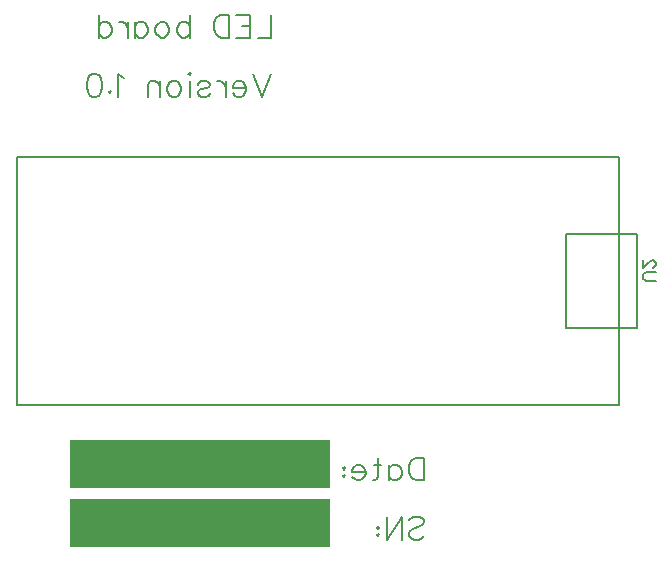
<source format=gbo>
G04 Layer: BottomSilkscreenLayer*
G04 EasyEDA v6.5.20, 2023-08-22 23:15:59*
G04 a67cddfb3fce44daa9051d46cbbcc19f,10*
G04 Gerber Generator version 0.2*
G04 Scale: 100 percent, Rotated: No, Reflected: No *
G04 Dimensions in millimeters *
G04 leading zeros omitted , absolute positions ,4 integer and 5 decimal *
%FSLAX45Y45*%
%MOMM*%

%ADD10C,0.2032*%
%ADD11C,0.1524*%
%ADD12C,0.1270*%

%LPD*%
D10*
X2999993Y4755037D02*
G01*
X2999993Y4561075D01*
X2999993Y4561075D02*
G01*
X2889158Y4561075D01*
X2828198Y4755037D02*
G01*
X2828198Y4561075D01*
X2828198Y4755037D02*
G01*
X2708125Y4755037D01*
X2828198Y4662675D02*
G01*
X2754307Y4662675D01*
X2828198Y4561075D02*
G01*
X2708125Y4561075D01*
X2647165Y4755037D02*
G01*
X2647165Y4561075D01*
X2647165Y4755037D02*
G01*
X2582509Y4755037D01*
X2554800Y4745802D01*
X2536329Y4727328D01*
X2527091Y4708855D01*
X2517856Y4681146D01*
X2517856Y4634966D01*
X2527091Y4607255D01*
X2536329Y4588784D01*
X2554800Y4570310D01*
X2582509Y4561075D01*
X2647165Y4561075D01*
X2314656Y4755037D02*
G01*
X2314656Y4561075D01*
X2314656Y4662675D02*
G01*
X2296182Y4681146D01*
X2277709Y4690384D01*
X2250000Y4690384D01*
X2231529Y4681146D01*
X2213056Y4662675D01*
X2203818Y4634966D01*
X2203818Y4616493D01*
X2213056Y4588784D01*
X2231529Y4570310D01*
X2250000Y4561075D01*
X2277709Y4561075D01*
X2296182Y4570310D01*
X2314656Y4588784D01*
X2096678Y4690384D02*
G01*
X2115149Y4681146D01*
X2133622Y4662675D01*
X2142858Y4634966D01*
X2142858Y4616493D01*
X2133622Y4588784D01*
X2115149Y4570310D01*
X2096678Y4561075D01*
X2068969Y4561075D01*
X2050496Y4570310D01*
X2032022Y4588784D01*
X2022787Y4616493D01*
X2022787Y4634966D01*
X2032022Y4662675D01*
X2050496Y4681146D01*
X2068969Y4690384D01*
X2096678Y4690384D01*
X1850989Y4690384D02*
G01*
X1850989Y4561075D01*
X1850989Y4662675D02*
G01*
X1869462Y4681146D01*
X1887936Y4690384D01*
X1915645Y4690384D01*
X1934118Y4681146D01*
X1952589Y4662675D01*
X1961827Y4634966D01*
X1961827Y4616493D01*
X1952589Y4588784D01*
X1934118Y4570310D01*
X1915645Y4561075D01*
X1887936Y4561075D01*
X1869462Y4570310D01*
X1850989Y4588784D01*
X1790029Y4690384D02*
G01*
X1790029Y4561075D01*
X1790029Y4634966D02*
G01*
X1780794Y4662675D01*
X1762320Y4681146D01*
X1743849Y4690384D01*
X1716138Y4690384D01*
X1544342Y4755037D02*
G01*
X1544342Y4561075D01*
X1544342Y4662675D02*
G01*
X1562816Y4681146D01*
X1581289Y4690384D01*
X1608998Y4690384D01*
X1627469Y4681146D01*
X1645942Y4662675D01*
X1655178Y4634966D01*
X1655178Y4616493D01*
X1645942Y4588784D01*
X1627469Y4570310D01*
X1608998Y4561075D01*
X1581289Y4561075D01*
X1562816Y4570310D01*
X1544342Y4588784D01*
X2999986Y4255043D02*
G01*
X2926095Y4061081D01*
X2852204Y4255043D02*
G01*
X2926095Y4061081D01*
X2791244Y4134972D02*
G01*
X2680408Y4134972D01*
X2680408Y4153443D01*
X2689644Y4171916D01*
X2698882Y4181152D01*
X2717352Y4190390D01*
X2745061Y4190390D01*
X2763535Y4181152D01*
X2782008Y4162681D01*
X2791244Y4134972D01*
X2791244Y4116499D01*
X2782008Y4088790D01*
X2763535Y4070316D01*
X2745061Y4061081D01*
X2717352Y4061081D01*
X2698882Y4070316D01*
X2680408Y4088790D01*
X2619448Y4190390D02*
G01*
X2619448Y4061081D01*
X2619448Y4134972D02*
G01*
X2610210Y4162681D01*
X2591739Y4181152D01*
X2573266Y4190390D01*
X2545557Y4190390D01*
X2382997Y4162681D02*
G01*
X2392232Y4181152D01*
X2419941Y4190390D01*
X2447650Y4190390D01*
X2475362Y4181152D01*
X2484597Y4162681D01*
X2475362Y4144208D01*
X2456888Y4134972D01*
X2410706Y4125734D01*
X2392232Y4116499D01*
X2382997Y4098025D01*
X2382997Y4088790D01*
X2392232Y4070316D01*
X2419941Y4061081D01*
X2447650Y4061081D01*
X2475362Y4070316D01*
X2484597Y4088790D01*
X2322037Y4255043D02*
G01*
X2312802Y4245808D01*
X2303564Y4255043D01*
X2312802Y4264281D01*
X2322037Y4255043D01*
X2312802Y4190390D02*
G01*
X2312802Y4061081D01*
X2196421Y4190390D02*
G01*
X2214895Y4181152D01*
X2233368Y4162681D01*
X2242604Y4134972D01*
X2242604Y4116499D01*
X2233368Y4088790D01*
X2214895Y4070316D01*
X2196421Y4061081D01*
X2168712Y4061081D01*
X2150242Y4070316D01*
X2131768Y4088790D01*
X2122530Y4116499D01*
X2122530Y4134972D01*
X2131768Y4162681D01*
X2150242Y4181152D01*
X2168712Y4190390D01*
X2196421Y4190390D01*
X2061570Y4190390D02*
G01*
X2061570Y4061081D01*
X2061570Y4153443D02*
G01*
X2033861Y4181152D01*
X2015390Y4190390D01*
X1987682Y4190390D01*
X1969208Y4181152D01*
X1959970Y4153443D01*
X1959970Y4061081D01*
X1756770Y4218099D02*
G01*
X1738299Y4227334D01*
X1710590Y4255043D01*
X1710590Y4061081D01*
X1640392Y4107261D02*
G01*
X1649630Y4098025D01*
X1640392Y4088790D01*
X1631157Y4098025D01*
X1640392Y4107261D01*
X1514779Y4255043D02*
G01*
X1542488Y4245808D01*
X1560962Y4218099D01*
X1570197Y4171916D01*
X1570197Y4144208D01*
X1560962Y4098025D01*
X1542488Y4070316D01*
X1514779Y4061081D01*
X1496306Y4061081D01*
X1468597Y4070316D01*
X1450124Y4098025D01*
X1440888Y4144208D01*
X1440888Y4171916D01*
X1450124Y4218099D01*
X1468597Y4245808D01*
X1496306Y4255043D01*
X1514779Y4255043D01*
X4299973Y1005052D02*
G01*
X4299973Y811090D01*
X4299973Y1005052D02*
G01*
X4235317Y1005052D01*
X4207609Y995817D01*
X4189138Y977343D01*
X4179900Y958870D01*
X4170664Y931161D01*
X4170664Y884981D01*
X4179900Y857270D01*
X4189138Y838799D01*
X4207609Y820326D01*
X4235317Y811090D01*
X4299973Y811090D01*
X3998869Y940399D02*
G01*
X3998869Y811090D01*
X3998869Y912690D02*
G01*
X4017340Y931161D01*
X4035813Y940399D01*
X4063522Y940399D01*
X4081995Y931161D01*
X4100469Y912690D01*
X4109704Y884981D01*
X4109704Y866508D01*
X4100469Y838799D01*
X4081995Y820326D01*
X4063522Y811090D01*
X4035813Y811090D01*
X4017340Y820326D01*
X3998869Y838799D01*
X3910197Y1005052D02*
G01*
X3910197Y848034D01*
X3900962Y820326D01*
X3882489Y811090D01*
X3864018Y811090D01*
X3937909Y940399D02*
G01*
X3873253Y940399D01*
X3803058Y884981D02*
G01*
X3692220Y884981D01*
X3692220Y903452D01*
X3701458Y921926D01*
X3710693Y931161D01*
X3729167Y940399D01*
X3756875Y940399D01*
X3775349Y931161D01*
X3793820Y912690D01*
X3803058Y884981D01*
X3803058Y866508D01*
X3793820Y838799D01*
X3775349Y820326D01*
X3756875Y811090D01*
X3729167Y811090D01*
X3710693Y820326D01*
X3692220Y838799D01*
X3622024Y921926D02*
G01*
X3631260Y912690D01*
X3622024Y903452D01*
X3612789Y912690D01*
X3622024Y921926D01*
X3622024Y857270D02*
G01*
X3631260Y848034D01*
X3622024Y838799D01*
X3612789Y848034D01*
X3622024Y857270D01*
X4170664Y477344D02*
G01*
X4189138Y495818D01*
X4216847Y505053D01*
X4253791Y505053D01*
X4281500Y495818D01*
X4299973Y477344D01*
X4299973Y458871D01*
X4290738Y440400D01*
X4281500Y431162D01*
X4263029Y421927D01*
X4207609Y403453D01*
X4189138Y394218D01*
X4179900Y384982D01*
X4170664Y366509D01*
X4170664Y338800D01*
X4189138Y320327D01*
X4216847Y311091D01*
X4253791Y311091D01*
X4281500Y320327D01*
X4299973Y338800D01*
X4109704Y505053D02*
G01*
X4109704Y311091D01*
X4109704Y505053D02*
G01*
X3980395Y311091D01*
X3980395Y505053D02*
G01*
X3980395Y311091D01*
X3910197Y421927D02*
G01*
X3919435Y412691D01*
X3910197Y403453D01*
X3900962Y412691D01*
X3910197Y421927D01*
X3910197Y357271D02*
G01*
X3919435Y348035D01*
X3910197Y338800D01*
X3900962Y348035D01*
X3910197Y357271D01*
D11*
X6258509Y2499995D02*
G01*
X6180531Y2499995D01*
X6165037Y2505075D01*
X6154623Y2515488D01*
X6149543Y2531237D01*
X6149543Y2541651D01*
X6154623Y2557145D01*
X6165037Y2567559D01*
X6180531Y2572638D01*
X6258509Y2572638D01*
X6232601Y2612262D02*
G01*
X6237681Y2612262D01*
X6248095Y2617343D01*
X6253429Y2622677D01*
X6258509Y2633090D01*
X6258509Y2653664D01*
X6253429Y2664079D01*
X6248095Y2669412D01*
X6237681Y2674493D01*
X6227267Y2674493D01*
X6216853Y2669412D01*
X6201359Y2658998D01*
X6149543Y2606929D01*
X6149543Y2679827D01*
G36*
X1299972Y649986D02*
G01*
X1299972Y249986D01*
X3499967Y249986D01*
X3499967Y649986D01*
G37*
G36*
X1299972Y1150010D02*
G01*
X1299972Y750011D01*
X3499967Y750011D01*
X3499967Y1150010D01*
G37*
D12*
X5949975Y1449984D02*
G01*
X5949975Y2099995D01*
X5949975Y2899994D01*
X5949975Y3550005D01*
X849985Y3550005D01*
X849985Y1449984D01*
X5949975Y1449984D01*
X5949975Y2899994D02*
G01*
X5499988Y2899994D01*
X5499988Y2099995D01*
X5949975Y2099995D01*
X6099987Y2099995D01*
X6099987Y2899994D01*
X5949975Y2899994D01*
M02*

</source>
